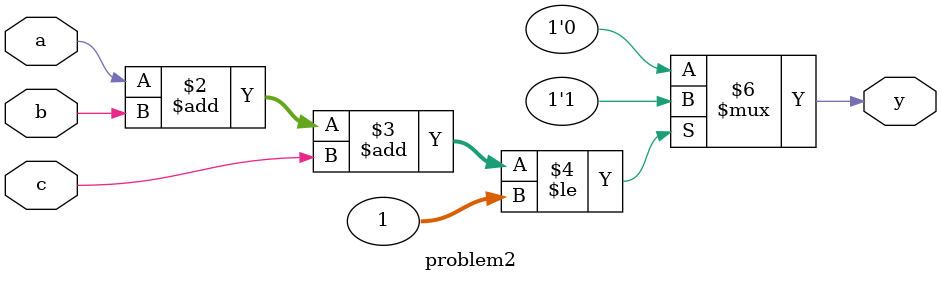
<source format=v>
module problem2(input a, input b, input c, output reg y );
	always @(*)
	begin
		if (a + b + c <= 1)
			y = 1;
		else
			y = 0;
	end
endmodule

</source>
